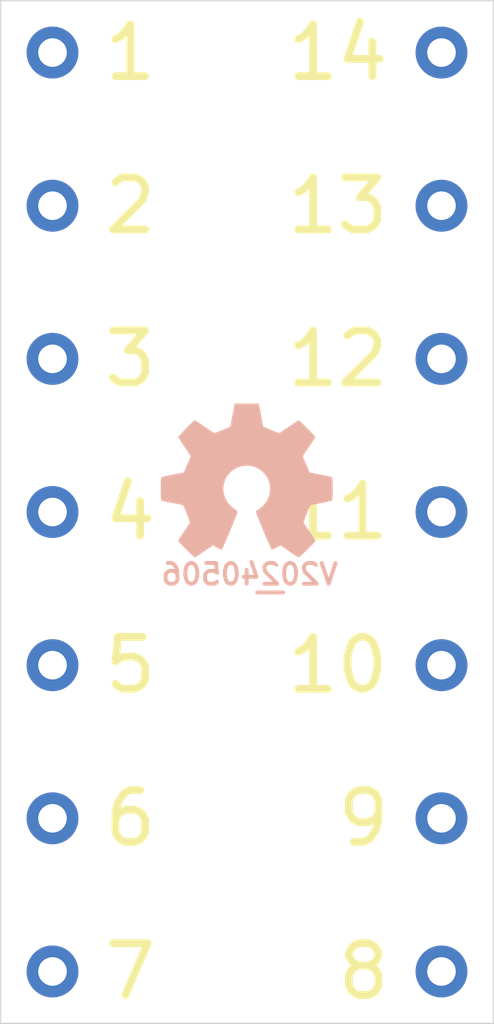
<source format=kicad_pcb>
(kicad_pcb (version 20221018) (generator pcbnew)
  (layers (0 "F.Cu" mixed) (31 "B.Cu" mixed) (34 "B.Paste" user) (35 "F.Paste" user) (36 "B.SilkS" user "B.Silkscreen") (37 "F.SilkS" user "F.Silkscreen") (38 "B.Mask" user) (39 "F.Mask" user) (44 "Edge.Cuts" user))
  (net 0 "")
  (net 1 "Net-(J1-Pin_1)")
  (footprint "mill-max:PC_pin_nail_head_6092" (layer "F.Cu") (at 142.5 62.5)
    (fp_text reference "J1")
    (fp_text value "1" (at 3 0) (layer "F.SilkS") (effects (font (size 2 2) (thickness 0.3))))
    (pad "1" thru_hole circle locked (at 0 0) (size 2 2) (drill 1.1) (layers "*.Cu" "*.Mask") (net 1 "Net-(J1-Pin_1)"))
  )
  (footprint "mill-max:PC_pin_nail_head_6092" (layer "F.Cu") (at 142.5 68.4)
    (fp_text reference "J2")
    (fp_text value "2" (at 3 0) (layer "F.SilkS") (effects (font (size 2 2) (thickness 0.3))))
    (pad "1" thru_hole circle locked (at 0 0) (size 2 2) (drill 1.1) (layers "*.Cu" "*.Mask") (net 1 "Net-(J1-Pin_1)"))
  )
  (footprint "mill-max:PC_pin_nail_head_6092" (layer "F.Cu") (at 142.5 74.3)
    (fp_text reference "J3")
    (fp_text value "3" (at 3 0) (layer "F.SilkS") (effects (font (size 2 2) (thickness 0.3))))
    (pad "1" thru_hole circle locked (at 0 0) (size 2 2) (drill 1.1) (layers "*.Cu" "*.Mask") (net 1 "Net-(J1-Pin_1)"))
  )
  (footprint "mill-max:PC_pin_nail_head_6092" (layer "F.Cu") (at 142.5 86.1 180)
    (fp_text reference "J5")
    (fp_text value "5" (at -3 0) (layer "F.SilkS") (effects (font (size 2 2) (thickness 0.3))))
    (pad "1" thru_hole circle locked (at 0 0 180) (size 2 2) (drill 1.1) (layers "*.Cu" "*.Mask") (net 1 "Net-(J1-Pin_1)"))
  )
  (footprint "mill-max:PC_pin_nail_head_6092" (layer "F.Cu") (at 142.5 92 180)
    (fp_text reference "J6")
    (fp_text value "6" (at -3 0) (layer "F.SilkS") (effects (font (size 2 2) (thickness 0.3))))
    (pad "1" thru_hole circle locked (at 0 0 180) (size 2 2) (drill 1.1) (layers "*.Cu" "*.Mask") (net 1 "Net-(J1-Pin_1)"))
  )
  (footprint "mill-max:PC_pin_nail_head_6092" (layer "F.Cu") (at 142.5 80.2 180)
    (fp_text reference "J4")
    (fp_text value "4" (at -3 0) (layer "F.SilkS") (effects (font (size 2 2) (thickness 0.3))))
    (pad "1" thru_hole circle locked (at 0 0 180) (size 2 2) (drill 1.1) (layers "*.Cu" "*.Mask") (net 1 "Net-(J1-Pin_1)"))
  )
  (footprint "mill-max:PC_pin_nail_head_6092" (layer "F.Cu") (at 157.5 80.2)
    (fp_text reference "J11")
    (fp_text value "11" (at -4 0) (layer "F.SilkS") (effects (font (size 2 2) (thickness 0.3))))
    (pad "1" thru_hole circle locked (at 0 0) (size 2 2) (drill 1.1) (layers "*.Cu" "*.Mask") (net 1 "Net-(J1-Pin_1)"))
  )
  (footprint "mill-max:PC_pin_nail_head_6092" (layer "F.Cu") (at 157.5 97.9)
    (fp_text reference "J8")
    (fp_text value "8" (at -3 0) (layer "F.SilkS") (effects (font (size 2 2) (thickness 0.3))))
    (pad "1" thru_hole circle locked (at 0 0) (size 2 2) (drill 1.1) (layers "*.Cu" "*.Mask") (net 1 "Net-(J1-Pin_1)"))
  )
  (footprint "mill-max:PC_pin_nail_head_6092" (layer "F.Cu") (at 157.5 62.5)
    (fp_text reference "J14")
    (fp_text value "14" (at -4 0) (layer "F.SilkS") (effects (font (size 2 2) (thickness 0.3))))
    (pad "1" thru_hole circle locked (at 0 0) (size 2 2) (drill 1.1) (layers "*.Cu" "*.Mask") (net 1 "Net-(J1-Pin_1)"))
  )
  (footprint "mill-max:PC_pin_nail_head_6092" (layer "F.Cu") (at 157.5 86.1)
    (fp_text reference "J10")
    (fp_text value "10" (at -4 0) (layer "F.SilkS") (effects (font (size 2 2) (thickness 0.3))))
    (pad "1" thru_hole circle locked (at 0 0) (size 2 2) (drill 1.1) (layers "*.Cu" "*.Mask") (net 1 "Net-(J1-Pin_1)"))
  )
  (footprint "mill-max:PC_pin_nail_head_6092" (layer "F.Cu") (at 157.5 68.4)
    (fp_text reference "J13")
    (fp_text value "13" (at -4 0) (layer "F.SilkS") (effects (font (size 2 2) (thickness 0.3))))
    (pad "1" thru_hole circle locked (at 0 0) (size 2 2) (drill 1.1) (layers "*.Cu" "*.Mask") (net 1 "Net-(J1-Pin_1)"))
  )
  (footprint "mill-max:PC_pin_nail_head_6092" (layer "F.Cu") (at 142.5 97.9)
    (fp_text reference "J7")
    (fp_text value "7" (at 3 0) (layer "F.SilkS") (effects (font (size 2 2) (thickness 0.3))))
    (pad "1" thru_hole circle locked (at 0 0) (size 2 2) (drill 1.1) (layers "*.Cu" "*.Mask") (net 1 "Net-(J1-Pin_1)"))
  )
  (footprint "mill-max:PC_pin_nail_head_6092" (layer "F.Cu") (at 157.5 92)
    (fp_text reference "J9")
    (fp_text value "9" (at -3 0) (layer "F.SilkS") (effects (font (size 2 2) (thickness 0.3))))
    (pad "1" thru_hole circle locked (at 0 0) (size 2 2) (drill 1.1) (layers "*.Cu" "*.Mask") (net 1 "Net-(J1-Pin_1)"))
  )
  (footprint "mill-max:PC_pin_nail_head_6092" (layer "F.Cu") (at 157.5 74.3)
    (fp_text reference "J12")
    (fp_text value "12" (at -4 0) (layer "F.SilkS") (effects (font (size 2 2) (thickness 0.3))))
    (pad "1" thru_hole circle locked (at 0 0) (size 2 2) (drill 1.1) (layers "*.Cu" "*.Mask") (net 1 "Net-(J1-Pin_1)"))
  )
  (footprint "Symbol:OSHW-Symbol_6.7x6mm_SilkScreen" (layer "B.Cu") (at 150 79 180)
    (fp_text reference "N2" hide)
    (fp_text value "OHWLOGO" hide)
    (fp_poly (pts (xy 0.555814 2.531069) (xy 0.639635 2.086445) (xy 0.94892 1.958947) (xy 1.258206 1.831449) (xy 1.629246 2.083754) (xy 1.733157 2.154004) (xy 1.827087 2.216728) (xy 1.906652 2.269062) (xy 1.96747 2.308143) (xy 2.005157 2.331107) (xy 2.015421 2.336058) (xy 2.03391 2.323324) (xy 2.07342 2.288118) (xy 2.129522 2.234938) (xy 2.197787 2.168282) (xy 2.273786 2.092646) (xy 2.353092 2.012528) (xy 2.431275 1.932426) (xy 2.503907 1.856836) (xy 2.566559 1.790255) (xy 2.614803 1.737182) (xy 2.64421 1.702113) (xy 2.651241 1.690377) (xy 2.641123 1.66874) (xy 2.612759 1.621338) (xy 2.569129 1.552807) (xy 2.513218 1.467785) (xy 2.448006 1.370907) (xy 2.410219 1.31565) (xy 2.341343 1.214752) (xy 2.28014 1.123701) (xy 2.229578 1.04703) (xy 2.192628 0.989272) (xy 2.172258 0.954957) (xy 2.169197 0.947746) (xy 2.176136 0.927252) (xy 2.195051 0.879487) (xy 2.223087 0.811168) (xy 2.257391 0.729011) (xy 2.295109 0.63973) (xy 2.333387 0.550042) (xy 2.36937 0.466662) (xy 2.400206 0.396306) (xy 2.423039 0.34569) (xy 2.435017 0.321529) (xy 2.435724 0.320578) (xy 2.454531 0.315964) (xy 2.504618 0.305672) (xy 2.580793 0.290713) (xy 2.677865 0.272099) (xy 2.790643 0.250841) (xy 2.856442 0.238582) (xy 2.97695 0.215638) (xy 3.085797 0.193805) (xy 3.177476 0.174278) (xy 3.246481 0.158252) (xy 3.287304 0.146921) (xy 3.295511 0.143326) (xy 3.303548 0.118994) (xy 3.310033 0.064041) (xy 3.31497 -0.015108) (xy 3.318364 -0.112026) (xy 3.320218 -0.220287) (xy 3.320538 -0.333465) (xy 3.319327 -0.445135) (xy 3.31659 -0.548868) (xy 3.312331 -0.638241) (xy 3.306555 -0.706826) (xy 3.299267 -0.748197) (xy 3.294895 -0.75681) (xy 3.268764 -0.767133) (xy 3.213393 -0.781892) (xy 3.136107 -0.799352) (xy 3.04423 -0.81778) (xy 3.012158 -0.823741) (xy 2.857524 -0.852066) (xy 2.735375 -0.874876) (xy 2.641673 -0.89308) (xy 2.572384 -0.907583) (xy 2.523471 -0.919292) (xy 2.490897 -0.929115) (xy 2.470628 -0.937956) (xy 2.458626 -0.946724) (xy 2.456947 -0.948457) (xy 2.440184 -0.976371) (xy 2.414614 -1.030695) (xy 2.382788 -1.104777) (xy 2.34726 -1.191965) (xy 2.310583 -1.285608) (xy 2.275311 -1.379052) (xy 2.243996 -1.465647) (xy 2.219193 -1.53874) (xy 2.203454 -1.591678) (xy 2.199332 -1.617811) (xy 2.199676 -1.618726) (xy 2.213641 -1.640086) (xy 2.245322 -1.687084) (xy 2.291391 -1.754827) (xy 2.348518 -1.838423) (xy 2.413373 -1.932982) (xy 2.431843 -1.959854) (xy 2.497699 -2.057275) (xy 2.55565 -2.146163) (xy 2.602538 -2.221412) (xy 2.635207 -2.27792) (xy 2.6505 -2.310581) (xy 2.651241 -2.314593) (xy 2.638392 -2.335684) (xy 2.602888 -2.377464) (xy 2.549293 -2.435445) (xy 2.482171 -2.505135) (xy 2.406087 -2.582045) (xy 2.325604 -2.661683) (xy 2.245287 -2.739561) (xy 2.169699 -2.811186) (xy 2.103405 -2.87207) (xy 2.050969 -2.917721) (xy 2.016955 -2.94365) (xy 2.007545 -2.947883) (xy 1.985643 -2.937912) (xy 1.9408 -2.91102) (xy 1.880321 -2.871736) (xy 1.833789 -2.840117) (xy 1.749475 -2.782098) (xy 1.649626 -2.713784) (xy 1.549473 -2.645579) (xy 1.495627 -2.609075) (xy 1.313371 -2.4858) (xy 1.160381 -2.56852) (xy 1.090682 -2.604759) (xy 1.031414 -2.632926) (xy 0.991311 -2.648991) (xy 0.981103 -2.651226) (xy 0.968829 -2.634722) (xy 0.944613 -2.588082) (xy 0.910263 -2.515609) (xy 0.867588 -2.421606) (xy 0.818394 -2.310374) (xy 0.76449 -2.186215) (xy 0.707684 -2.053432) (xy 0.649782 -1.916327) (xy 0.592593 -1.779202) (xy 0.537924 -1.646358) (xy 0.487584 -1.522098) (xy 0.44338 -1.410725) (xy 0.407119 -1.316539) (xy 0.380609 -1.243844) (xy 0.365658 -1.196941) (xy 0.363254 -1.180833) (xy 0.382311 -1.160286) (xy 0.424036 -1.126933) (xy 0.479706 -1.087702) (xy 0.484378 -1.084599) (xy 0.628264 -0.969423) (xy 0.744283 -0.835053) (xy 0.83143 -0.685784) (xy 0.888699 -0.525913) (xy 0.915086 -0.359737) (xy 0.909585 -0.191552) (xy 0.87119 -0.025655) (xy 0.798895 0.133658) (xy 0.777626 0.168513) (xy 0.666996 0.309263) (xy 0.536302 0.422286) (xy 0.390064 0.506997) (xy 0.232808 0.562806) (xy 0.069057 0.589126) (xy -0.096667 0.58537) (xy -0.259838 0.55095) (xy -0.415935 0.485277) (xy -0.560433 0.387765) (xy -0.605131 0.348187) (xy -0.718888 0.224297) (xy -0.801782 0.093876) (xy -0.858644 -0.052315) (xy -0.890313 -0.197088) (xy -0.898131 -0.35986) (xy -0.872062 -0.52344) (xy -0.814755 -0.682298) (xy -0.728856 -0.830906) (xy -0.617014 -0.963735) (xy -0.481877 -1.075256) (xy -0.464117 -1.087011) (xy -0.40785 -1.125508) (xy -0.365077 -1.158863) (xy -0.344628 -1.18016) (xy -0.344331 -1.180833) (xy -0.348721 -1.203871) (xy -0.366124 -1.256157) (xy -0.394732 -1.33339) (xy -0.432735 -1.431268) (xy -0.478326 -1.545491) (xy -0.529697 -1.671758) (xy -0.585038 -1.805767) (xy -0.642542 -1.943218) (xy -0.700399 -2.079808) (xy -0.756802 -2.211237) (xy -0.809942 -2.333205) (xy -0.85801 -2.441409) (xy -0.899199 -2.531549) (xy -0.931699 -2.599323) (xy -0.953703 -2.64043) (xy -0.962564 -2.651226) (xy -0.98964 -2.642819) (xy -1.040303 -2.620272) (xy -1.105817 -2.587613) (xy -1.141841 -2.56852) (xy -1.294832 -2.4858) (xy -1.477088 -2.609075) (xy -1.570125 -2.672228) (xy -1.671985 -2.741727) (xy -1.767438 -2.807165) (xy -1.81525 -2.840117) (xy -1.882495 -2.885273) (xy -1.939436 -2.921057) (xy -1.978646 -2.942938) (xy -1.991381 -2.947563) (xy -2.009917 -2.935085) (xy -2.050941 -2.900252) (xy -2.110475 -2.846678) (xy -2.184542 -2.777983) (xy -2.269165 -2.697781) (xy -2.322685 -2.646286) (xy -2.416319 -2.554286) (xy -2.497241 -2.471999) (xy -2.562177 -2.402945) (xy -2.607858 -2.350644) (xy -2.631011 -2.318616) (xy -2.633232 -2.312116) (xy -2.622924 -2.287394) (xy -2.594439 -2.237405) (xy -2.550937 -2.167212) (xy -2.495577 -2.081875) (xy -2.43152 -1.986456) (xy -2.413303 -1.959854) (xy -2.346927 -1.863167) (xy -2.287378 -1.776117) (xy -2.237984 -1.703595) (xy -2.202075 -1.650493) (xy -2.182981 -1.621703) (xy -2.181136 -1.618726) (xy -2.183895 -1.595782) (xy -2.198538 -1.545336) (xy -2.222513 -1.474041) (xy -2.253266 -1.388547) (xy -2.288244 -1.295507) (xy -2.324893 -1.201574) (xy -2.360661 -1.113399) (xy -2.392994 -1.037634) (xy -2.419338 -0.980931) (xy -2.437142 -0.949943) (xy -2.438407 -0.948457) (xy -2.449294 -0.939601) (xy -2.467682 -0.930843) (xy -2.497606 -0.921277) (xy -2.543103 -0.909996) (xy -2.608209 -0.896093) (xy -2.696961 -0.878663) (xy -2.813393 -0.856798) (xy -2.961542 -0.829591) (xy -2.993618 -0.823741) (xy -3.088686 -0.805374) (xy -3.171565 -0.787405) (xy -3.23493 -0.771569) (xy -3.271458 -0.7596) (xy -3.276356 -0.75681) (xy -3.284427 -0.732072) (xy -3.290987 -0.67679) (xy -3.296033 -0.597389) (xy -3.299559 -0.500296) (xy -3.301561 -0.391938) (xy -3.302036 -0.27874) (xy -3.300977 -0.167128) (xy -3.298382 -0.063529) (xy -3.294246 0.025632) (xy -3.288563 0.093928) (xy -3.281331 0.134934) (xy -3.276971 0.143326) (xy -3.252698 0.151792) (xy -3.197426 0.165565) (xy -3.116662 0.18345) (xy -3.015912 0.204252) (xy -2.900683 0.226777) (xy -2.837902 0.238582) (xy -2.718787 0.260849) (xy -2.612565 0.281021) (xy -2.524427 0.298085) (xy -2.459566 0.311031) (xy -2.423174 0.318845) (xy -2.417184 0.320578) (xy -2.407061 0.34011) (xy -2.385662 0.387157) (xy -2.355839 0.454997) (xy -2.320445 0.536909) (xy -2.282332 0.626172) (xy -2.244353 0.716065) (xy -2.20936 0.799865) (xy -2.180206 0.870853) (xy -2.159743 0.922306) (xy -2.150823 0.947503) (xy -2.150657 0.948604) (xy -2.160769 0.968481) (xy -2.189117 1.014223) (xy -2.232723 1.081283) (xy -2.288606 1.165116) (xy -2.353787 1.261174) (xy -2.391679 1.31635) (xy -2.460725 1.417519) (xy -2.52205 1.50937) (xy -2.572663 1.587256) (xy -2.609571 1.646531) (xy -2.629782 1.682549) (xy -2.632701 1.690623) (xy -2.620153 1.709416) (xy -2.585463 1.749543) (xy -2.533063 1.806507) (xy -2.467384 1.875815) (xy -2.392856 1.952969) (xy -2.313913 2.033475) (xy -2.234983 2.112837) (xy -2.1605 2.18656) (xy -2.094894 2.250148) (xy -2.042596 2.299106) (xy -2.008039 2.328939) (xy -1.996478 2.336058) (xy -1.977654 2.326047) (xy -1.932631 2.297922) (xy -1.865787 2.254546) (xy -1.781499 2.198782) (xy -1.684144 2.133494) (xy -1.610707 2.083754) (xy -1.239667 1.831449) (xy -0.621095 2.086445) (xy -0.537275 2.531069) (xy -0.453454 2.975693) (xy 0.471994 2.975693) (xy 0.555814 2.531069)) (stroke (width 0.01)) (fill solid) (layer "B.SilkS"))
  )
  (footprint "SquantorLabels:Label_Generic" (layer "B.Cu") (at 150.9 82.7 180)
    (fp_text reference "N1" hide)
    (fp_text value "V20240506" (at 0.8 0.1) (layer "B.SilkS") (effects (font (size 0.8 0.8)) (justify mirror)))
    (fp_line (start -0.5 -0.6) (end 0.5 -0.6) (stroke (width 0.15)) (layer "B.SilkS"))
  )
  (gr_line (start 140.5 99.9) (end 159.5 99.9) (stroke (width 0.05)) (layer "Edge.Cuts"))
  (gr_line (start 159.5 60.5) (end 159.5 99.9) (stroke (width 0.05)) (layer "Edge.Cuts"))
  (gr_line (start 159.5 60.5) (end 140.5 60.5) (stroke (width 0.05)) (layer "Edge.Cuts"))
  (gr_line (start 140.5 99.9) (end 140.5 60.5) (stroke (width 0.05)) (layer "Edge.Cuts"))
)
</source>
